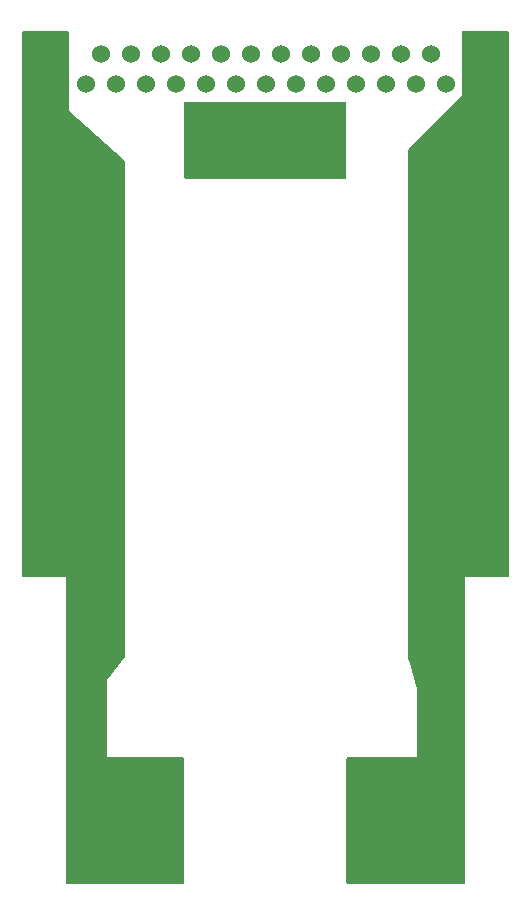
<source format=gbr>
%TF.GenerationSoftware,KiCad,Pcbnew,(6.0.11-0)*%
%TF.CreationDate,2024-08-02T08:23:09-07:00*%
%TF.ProjectId,TcBox_6x4,5463426f-785f-4367-9834-2e6b69636164,v1.0*%
%TF.SameCoordinates,Original*%
%TF.FileFunction,Soldermask,Bot*%
%TF.FilePolarity,Negative*%
%FSLAX46Y46*%
G04 Gerber Fmt 4.6, Leading zero omitted, Abs format (unit mm)*
G04 Created by KiCad (PCBNEW (6.0.11-0)) date 2024-08-02 08:23:09*
%MOMM*%
%LPD*%
G01*
G04 APERTURE LIST*
%ADD10C,3.263900*%
%ADD11C,0.800000*%
%ADD12C,1.778000*%
%ADD13C,1.524000*%
G04 APERTURE END LIST*
D10*
%TO.C,H3*%
X135543540Y-82520760D03*
%TD*%
%TO.C,H6*%
X165695860Y-73268520D03*
%TD*%
%TO.C,H5*%
X167304180Y-63856180D03*
%TD*%
%TO.C,H7*%
X165695860Y-82643900D03*
%TD*%
%TO.C,H2*%
X135525760Y-73238280D03*
%TD*%
D11*
%TO.C,R1*%
X150750000Y-60250000D03*
%TD*%
D10*
%TO.C,H4*%
X135544180Y-91936180D03*
%TD*%
%TO.C,H8*%
X165704180Y-91936180D03*
%TD*%
%TO.C,H1*%
X134004180Y-63856180D03*
%TD*%
D12*
%TO.C,J1*%
X131604180Y-53206180D03*
X169704180Y-53206180D03*
D13*
X135414180Y-54476180D03*
X137954180Y-54476180D03*
X140494180Y-54476180D03*
X143034180Y-54476180D03*
X145574180Y-54476180D03*
X148114180Y-54476180D03*
X150654180Y-54476180D03*
X153194180Y-54476180D03*
X155734180Y-54476180D03*
X158274180Y-54476180D03*
X160814180Y-54476180D03*
X163354180Y-54476180D03*
X165894180Y-54476180D03*
X136684180Y-51936180D03*
X139224180Y-51936180D03*
X141764180Y-51936180D03*
X144304180Y-51936180D03*
X146844180Y-51936180D03*
X149384180Y-51936180D03*
X151924180Y-51936180D03*
X154464180Y-51936180D03*
X157004180Y-51936180D03*
X159544180Y-51936180D03*
X162084180Y-51936180D03*
X164624180Y-51936180D03*
%TD*%
G36*
X133942121Y-50020002D02*
G01*
X133988614Y-50073658D01*
X134000000Y-50126000D01*
X134000000Y-56731885D01*
X134007214Y-56756455D01*
X138708016Y-60962435D01*
X138745445Y-61022764D01*
X138750000Y-61056335D01*
X138750000Y-102958000D01*
X138729998Y-103026121D01*
X138724800Y-103033600D01*
X137260870Y-104985507D01*
X137250000Y-105014570D01*
X137250000Y-111481885D01*
X137254475Y-111497124D01*
X137255865Y-111498329D01*
X137263548Y-111500000D01*
X143624000Y-111500000D01*
X143692121Y-111520002D01*
X143738614Y-111573658D01*
X143750000Y-111626000D01*
X143750000Y-122124000D01*
X143729998Y-122192121D01*
X143676342Y-122238614D01*
X143624000Y-122250000D01*
X133876000Y-122250000D01*
X133807879Y-122229998D01*
X133761386Y-122176342D01*
X133750000Y-122124000D01*
X133750000Y-96268115D01*
X133745525Y-96252876D01*
X133744135Y-96251671D01*
X133736452Y-96250000D01*
X130126000Y-96250000D01*
X130057879Y-96229998D01*
X130011386Y-96176342D01*
X130000000Y-96124000D01*
X130000000Y-50126000D01*
X130020002Y-50057879D01*
X130073658Y-50011386D01*
X130126000Y-50000000D01*
X133874000Y-50000000D01*
X133942121Y-50020002D01*
G37*
G36*
X171192121Y-50020002D02*
G01*
X171238614Y-50073658D01*
X171250000Y-50126000D01*
X171250000Y-96124000D01*
X171229998Y-96192121D01*
X171176342Y-96238614D01*
X171124000Y-96250000D01*
X167518115Y-96250000D01*
X167502876Y-96254475D01*
X167501671Y-96255865D01*
X167500000Y-96263548D01*
X167500000Y-122124000D01*
X167479998Y-122192121D01*
X167426342Y-122238614D01*
X167374000Y-122250000D01*
X157626000Y-122250000D01*
X157557879Y-122229998D01*
X157511386Y-122176342D01*
X157500000Y-122124000D01*
X157500000Y-111626000D01*
X157520002Y-111557879D01*
X157573658Y-111511386D01*
X157626000Y-111500000D01*
X163481885Y-111500000D01*
X163497124Y-111495525D01*
X163498329Y-111494135D01*
X163500000Y-111486452D01*
X163500000Y-105759194D01*
X163497358Y-105741193D01*
X162755314Y-103267713D01*
X162750000Y-103231507D01*
X162750000Y-60052190D01*
X162770002Y-59984069D01*
X162786905Y-59963095D01*
X167237188Y-55512812D01*
X167250000Y-55489350D01*
X167250000Y-50126000D01*
X167270002Y-50057879D01*
X167323658Y-50011386D01*
X167376000Y-50000000D01*
X171124000Y-50000000D01*
X171192121Y-50020002D01*
G37*
G36*
X157442121Y-56020002D02*
G01*
X157488614Y-56073658D01*
X157500000Y-56126000D01*
X157500000Y-62374000D01*
X157479998Y-62442121D01*
X157426342Y-62488614D01*
X157374000Y-62500000D01*
X143876000Y-62500000D01*
X143807879Y-62479998D01*
X143761386Y-62426342D01*
X143750000Y-62374000D01*
X143750000Y-56126000D01*
X143770002Y-56057879D01*
X143823658Y-56011386D01*
X143876000Y-56000000D01*
X157374000Y-56000000D01*
X157442121Y-56020002D01*
G37*
M02*

</source>
